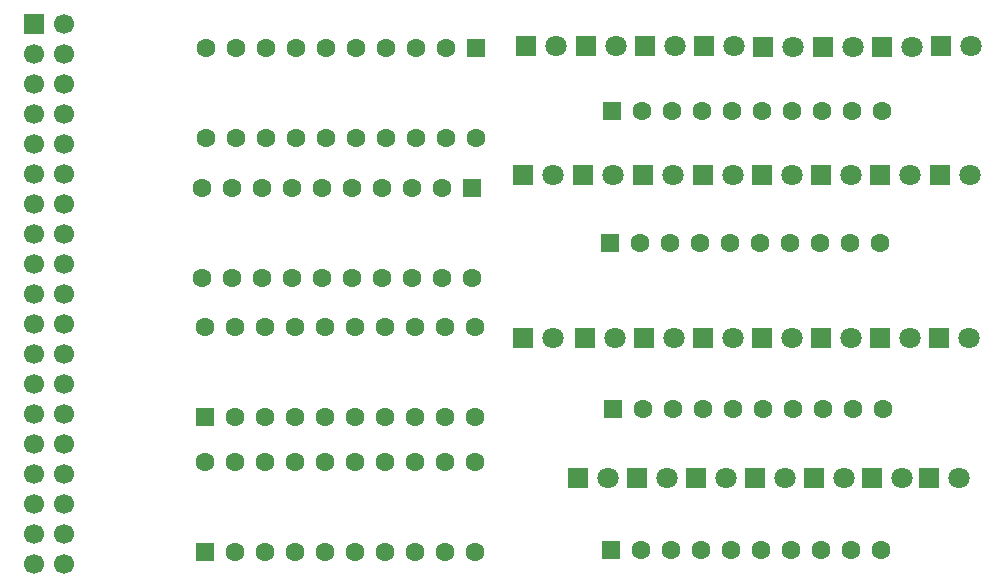
<source format=gbr>
%TF.GenerationSoftware,KiCad,Pcbnew,9.0.2*%
%TF.CreationDate,2025-06-28T21:58:16+01:00*%
%TF.ProjectId,6502ExpBoard,36353032-4578-4704-926f-6172642e6b69,rev?*%
%TF.SameCoordinates,Original*%
%TF.FileFunction,Soldermask,Top*%
%TF.FilePolarity,Negative*%
%FSLAX46Y46*%
G04 Gerber Fmt 4.6, Leading zero omitted, Abs format (unit mm)*
G04 Created by KiCad (PCBNEW 9.0.2) date 2025-06-28 21:58:16*
%MOMM*%
%LPD*%
G01*
G04 APERTURE LIST*
G04 Aperture macros list*
%AMRoundRect*
0 Rectangle with rounded corners*
0 $1 Rounding radius*
0 $2 $3 $4 $5 $6 $7 $8 $9 X,Y pos of 4 corners*
0 Add a 4 corners polygon primitive as box body*
4,1,4,$2,$3,$4,$5,$6,$7,$8,$9,$2,$3,0*
0 Add four circle primitives for the rounded corners*
1,1,$1+$1,$2,$3*
1,1,$1+$1,$4,$5*
1,1,$1+$1,$6,$7*
1,1,$1+$1,$8,$9*
0 Add four rect primitives between the rounded corners*
20,1,$1+$1,$2,$3,$4,$5,0*
20,1,$1+$1,$4,$5,$6,$7,0*
20,1,$1+$1,$6,$7,$8,$9,0*
20,1,$1+$1,$8,$9,$2,$3,0*%
G04 Aperture macros list end*
%ADD10RoundRect,0.250000X0.550000X-0.550000X0.550000X0.550000X-0.550000X0.550000X-0.550000X-0.550000X0*%
%ADD11C,1.600000*%
%ADD12R,1.800000X1.800000*%
%ADD13C,1.800000*%
%ADD14RoundRect,0.250000X-0.550000X0.550000X-0.550000X-0.550000X0.550000X-0.550000X0.550000X0.550000X0*%
%ADD15R,1.600000X1.600000*%
%ADD16R,1.700000X1.700000*%
%ADD17C,1.700000*%
G04 APERTURE END LIST*
D10*
%TO.C,U4*%
X89513000Y-76825000D03*
D11*
X92053000Y-76825000D03*
X94593000Y-76825000D03*
X97133000Y-76825000D03*
X99673000Y-76825000D03*
X102213000Y-76825000D03*
X104753000Y-76825000D03*
X107293000Y-76825000D03*
X109833000Y-76825000D03*
X112373000Y-76825000D03*
X112373000Y-69205000D03*
X109833000Y-69205000D03*
X107293000Y-69205000D03*
X104753000Y-69205000D03*
X102213000Y-69205000D03*
X99673000Y-69205000D03*
X97133000Y-69205000D03*
X94593000Y-69205000D03*
X92053000Y-69205000D03*
X89513000Y-69205000D03*
%TD*%
D12*
%TO.C,D12*%
X131775000Y-34000000D03*
D13*
X134315000Y-34000000D03*
%TD*%
D12*
%TO.C,D22*%
X141700000Y-44875000D03*
D13*
X144240000Y-44875000D03*
%TD*%
D12*
%TO.C,D10*%
X121750000Y-34000000D03*
D13*
X124290000Y-34000000D03*
%TD*%
D12*
%TO.C,D11*%
X126750000Y-34000000D03*
D13*
X129290000Y-34000000D03*
%TD*%
D12*
%TO.C,D14*%
X141800000Y-34050000D03*
D13*
X144340000Y-34050000D03*
%TD*%
D12*
%TO.C,D29*%
X136685000Y-58700000D03*
D13*
X139225000Y-58700000D03*
%TD*%
D12*
%TO.C,D31*%
X146685000Y-58700000D03*
D13*
X149225000Y-58700000D03*
%TD*%
D12*
%TO.C,D2*%
X126120000Y-70575000D03*
D13*
X128660000Y-70575000D03*
%TD*%
D14*
%TO.C,U1*%
X112430000Y-34190000D03*
D11*
X109890000Y-34190000D03*
X107350000Y-34190000D03*
X104810000Y-34190000D03*
X102270000Y-34190000D03*
X99730000Y-34190000D03*
X97190000Y-34190000D03*
X94650000Y-34190000D03*
X92110000Y-34190000D03*
X89570000Y-34190000D03*
X89570000Y-41810000D03*
X92110000Y-41810000D03*
X94650000Y-41810000D03*
X97190000Y-41810000D03*
X99730000Y-41810000D03*
X102270000Y-41810000D03*
X104810000Y-41810000D03*
X107350000Y-41810000D03*
X109890000Y-41810000D03*
X112430000Y-41810000D03*
%TD*%
D12*
%TO.C,D6*%
X145950000Y-70575000D03*
D13*
X148490000Y-70575000D03*
%TD*%
D12*
%TO.C,D1*%
X121120000Y-70575000D03*
D13*
X123660000Y-70575000D03*
%TD*%
D15*
%TO.C,RN1*%
X123910000Y-76625000D03*
D11*
X126450000Y-76625000D03*
X128990000Y-76625000D03*
X131530000Y-76625000D03*
X134070000Y-76625000D03*
X136610000Y-76625000D03*
X139150000Y-76625000D03*
X141690000Y-76625000D03*
X144230000Y-76625000D03*
X146770000Y-76625000D03*
%TD*%
D12*
%TO.C,D9*%
X116730000Y-34000000D03*
D13*
X119270000Y-34000000D03*
%TD*%
D12*
%TO.C,D19*%
X126625000Y-44875000D03*
D13*
X129165000Y-44875000D03*
%TD*%
D12*
%TO.C,D30*%
X141685000Y-58700000D03*
D13*
X144225000Y-58700000D03*
%TD*%
D12*
%TO.C,D25*%
X116455000Y-58700000D03*
D13*
X118995000Y-58700000D03*
%TD*%
D12*
%TO.C,D20*%
X131675000Y-44900000D03*
D13*
X134215000Y-44900000D03*
%TD*%
D12*
%TO.C,D3*%
X131120000Y-70575000D03*
D13*
X133660000Y-70575000D03*
%TD*%
D15*
%TO.C,RN2*%
X123935000Y-39500000D03*
D11*
X126475000Y-39500000D03*
X129015000Y-39500000D03*
X131555000Y-39500000D03*
X134095000Y-39500000D03*
X136635000Y-39500000D03*
X139175000Y-39500000D03*
X141715000Y-39500000D03*
X144255000Y-39500000D03*
X146795000Y-39500000D03*
%TD*%
D12*
%TO.C,D27*%
X126685000Y-58700000D03*
D13*
X129225000Y-58700000D03*
%TD*%
D10*
%TO.C,UPackage_DIP:DIP-20_W7.62mm_Socket1*%
X89513000Y-65395000D03*
D11*
X92053000Y-65395000D03*
X94593000Y-65395000D03*
X97133000Y-65395000D03*
X99673000Y-65395000D03*
X102213000Y-65395000D03*
X104753000Y-65395000D03*
X107293000Y-65395000D03*
X109833000Y-65395000D03*
X112373000Y-65395000D03*
X112373000Y-57775000D03*
X109833000Y-57775000D03*
X107293000Y-57775000D03*
X104753000Y-57775000D03*
X102213000Y-57775000D03*
X99673000Y-57775000D03*
X97133000Y-57775000D03*
X94593000Y-57775000D03*
X92053000Y-57775000D03*
X89513000Y-57775000D03*
%TD*%
D12*
%TO.C,D26*%
X121685000Y-58700000D03*
D13*
X124225000Y-58700000D03*
%TD*%
D12*
%TO.C,D7*%
X150850000Y-70575000D03*
D13*
X153390000Y-70575000D03*
%TD*%
D12*
%TO.C,D32*%
X151685000Y-58700000D03*
D13*
X154225000Y-58700000D03*
%TD*%
D12*
%TO.C,D13*%
X136800000Y-34050000D03*
D13*
X139340000Y-34050000D03*
%TD*%
D12*
%TO.C,D4*%
X136120000Y-70575000D03*
D13*
X138660000Y-70575000D03*
%TD*%
D15*
%TO.C,RN3*%
X123795000Y-50675000D03*
D11*
X126335000Y-50675000D03*
X128875000Y-50675000D03*
X131415000Y-50675000D03*
X133955000Y-50675000D03*
X136495000Y-50675000D03*
X139035000Y-50675000D03*
X141575000Y-50675000D03*
X144115000Y-50675000D03*
X146655000Y-50675000D03*
%TD*%
D12*
%TO.C,D16*%
X151825000Y-34025000D03*
D13*
X154365000Y-34025000D03*
%TD*%
D16*
%TO.C,J2*%
X75035000Y-32121000D03*
D17*
X77575000Y-32121000D03*
X75035000Y-34661000D03*
X77575000Y-34661000D03*
X75035000Y-37201000D03*
X77575000Y-37201000D03*
X75035000Y-39741000D03*
X77575000Y-39741000D03*
X75035000Y-42281000D03*
X77575000Y-42281000D03*
X75035000Y-44821000D03*
X77575000Y-44821000D03*
X75035000Y-47361000D03*
X77575000Y-47361000D03*
X75035000Y-49901000D03*
X77575000Y-49901000D03*
X75035000Y-52441000D03*
X77575000Y-52441000D03*
X75035000Y-54981000D03*
X77575000Y-54981000D03*
X75035000Y-57521000D03*
X77575000Y-57521000D03*
X75035000Y-60061000D03*
X77575000Y-60061000D03*
X75035000Y-62601000D03*
X77575000Y-62601000D03*
X75035000Y-65141000D03*
X77575000Y-65141000D03*
X75035000Y-67681000D03*
X77575000Y-67681000D03*
X75035000Y-70221000D03*
X77575000Y-70221000D03*
X75035000Y-72761000D03*
X77575000Y-72761000D03*
X75035000Y-75301000D03*
X77575000Y-75301000D03*
X75035000Y-77841000D03*
X77575000Y-77841000D03*
%TD*%
D12*
%TO.C,D28*%
X131685000Y-58700000D03*
D13*
X134225000Y-58700000D03*
%TD*%
D12*
%TO.C,D23*%
X146705000Y-44900000D03*
D13*
X149245000Y-44900000D03*
%TD*%
D12*
%TO.C,D17*%
X116450000Y-44875000D03*
D13*
X118990000Y-44875000D03*
%TD*%
D12*
%TO.C,D5*%
X141100000Y-70575000D03*
D13*
X143640000Y-70575000D03*
%TD*%
D12*
%TO.C,D21*%
X136680000Y-44900000D03*
D13*
X139220000Y-44900000D03*
%TD*%
D12*
%TO.C,D15*%
X146825000Y-34050000D03*
D13*
X149365000Y-34050000D03*
%TD*%
D12*
%TO.C,D18*%
X121525000Y-44875000D03*
D13*
X124065000Y-44875000D03*
%TD*%
D14*
%TO.C,U2*%
X112080000Y-46000000D03*
D11*
X109540000Y-46000000D03*
X107000000Y-46000000D03*
X104460000Y-46000000D03*
X101920000Y-46000000D03*
X99380000Y-46000000D03*
X96840000Y-46000000D03*
X94300000Y-46000000D03*
X91760000Y-46000000D03*
X89220000Y-46000000D03*
X89220000Y-53620000D03*
X91760000Y-53620000D03*
X94300000Y-53620000D03*
X96840000Y-53620000D03*
X99380000Y-53620000D03*
X101920000Y-53620000D03*
X104460000Y-53620000D03*
X107000000Y-53620000D03*
X109540000Y-53620000D03*
X112080000Y-53620000D03*
%TD*%
D15*
%TO.C,RN4*%
X124020000Y-64725000D03*
D11*
X126560000Y-64725000D03*
X129100000Y-64725000D03*
X131640000Y-64725000D03*
X134180000Y-64725000D03*
X136720000Y-64725000D03*
X139260000Y-64725000D03*
X141800000Y-64725000D03*
X144340000Y-64725000D03*
X146880000Y-64725000D03*
%TD*%
D12*
%TO.C,D24*%
X151725000Y-44900000D03*
D13*
X154265000Y-44900000D03*
%TD*%
M02*

</source>
